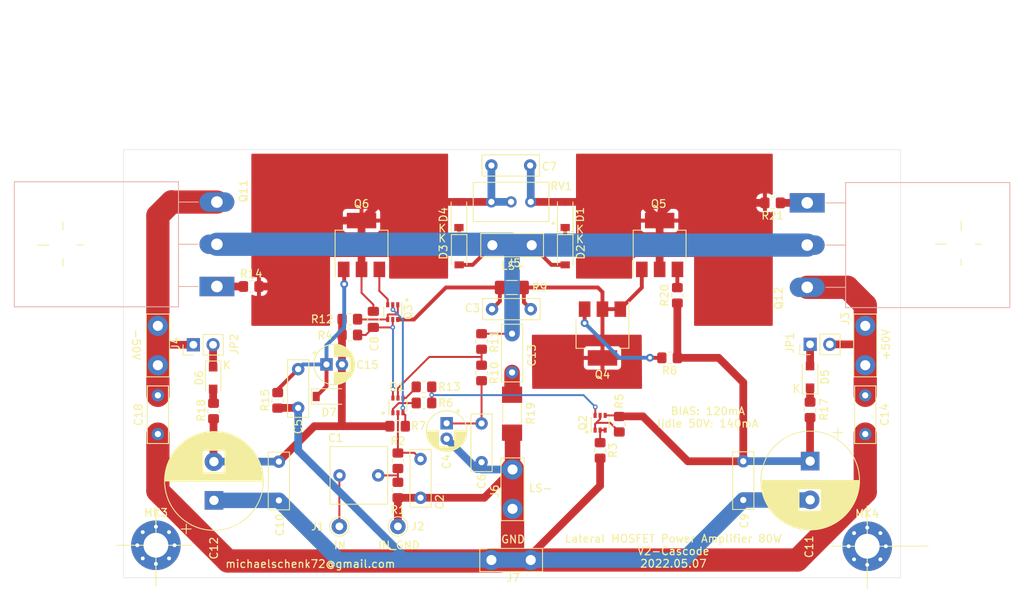
<source format=kicad_pcb>
(kicad_pcb (version 20211014) (generator pcbnew)
  (layers (0 "F.Cu" signal) (31 "B.Cu" signal) (34 "B.Paste" user) (35 "F.Paste" user) (36 "B.SilkS" user "B.Silkscreen") (37 "F.SilkS" user "F.Silkscreen") (38 "B.Mask" user) (39 "F.Mask" user) (44 "Edge.Cuts" user))
  (net 0 "")
  (net 1 "Net-(C1-Pad1)")
  (net 2 "GND")
  (net 3 "Net-(C2-Pad1)")
  (net 4 "Net-(C3-Pad1)")
  (net 5 "Net-(C3-Pad2)")
  (net 6 "Net-(C4-Pad1)")
  (net 7 "Net-(Q1-Pad5)")
  (net 8 "Net-(C13-Pad1)")
  (net 9 "Net-(C7-Pad2)")
  (net 10 "Net-(C15-Pad1)")
  (net 11 "Net-(C7-Pad1)")
  (net 12 "Net-(C11-Pad1)")
  (net 13 "Net-(C10-Pad2)")
  (net 14 "Net-(C13-Pad2)")
  (net 15 "Net-(C1-Pad2)")
  (net 16 "Net-(D1-Pad1)")
  (net 17 "Net-(D3-Pad1)")
  (net 18 "Net-(D5-Pad2)")
  (net 19 "Net-(D5-Pad1)")
  (net 20 "Net-(D6-Pad2)")
  (net 21 "Net-(D6-Pad1)")
  (net 22 "Net-(Q1-Pad3)")
  (net 23 "Net-(Q11-Pad1)")
  (net 24 "Net-(C14-Pad1)")
  (net 25 "Net-(C18-Pad2)")
  (net 26 "Net-(Q1-Pad1)")
  (net 27 "Net-(Q2-Pad6)")
  (net 28 "Net-(Q3-Pad3)")
  (net 29 "Net-(Q4-Pad3)")
  (net 30 "Net-(Q5-Pad3)")
  (net 31 "Net-(Q2-Pad2)")
  (net 32 "Net-(Q2-Pad1)")
  (net 33 "Net-(Q12-Pad1)")
  (net 34 "Net-(C8-Pad1)")
  (net 35 "Net-(Q1-Pad4)")
  (net 36 "Net-(Q3-Pad1)")
  (footprint "Resistor_SMD:R_0805_2012Metric_Pad1.20x1.40mm_HandSolder" (layer "F.Cu") (at 180.721 63.373 90)
    (fp_text reference "R20")
    (fp_text value "100R")
  )
  (footprint "Capacitor_THT:C_Rect_L7.2mm_W7.2mm_P5.00mm_FKS2_FKP2_MKS2_MKP2" (layer "F.Cu") (at 142.113 86.614 180)
    (fp_text reference "C1")
    (fp_text value "3.3uF")
  )
  (footprint "Capacitor_THT:C_Rect_L7.2mm_W2.5mm_P5.00mm_FKS2_FKP2_MKS2_MKP2" (layer "F.Cu") (at 147.571 84.5005 -90)
    (fp_text reference "C2")
    (fp_text value "1n")
  )
  (footprint "Capacitor_THT:C_Rect_L7.2mm_W2.5mm_P5.00mm_FKS2_FKP2_MKS2_MKP2" (layer "F.Cu") (at 161.798 65.151 180)
    (fp_text reference "C3")
    (fp_text value "10n")
  )
  (footprint "Capacitor_THT:CP_Radial_D5.0mm_P2.00mm" (layer "F.Cu") (at 150.9395 79.883 -90)
    (fp_text reference "C4")
    (fp_text value "47u/16V")
  )
  (footprint "Capacitor_THT:C_Rect_L7.2mm_W2.5mm_P5.00mm_FKS2_FKP2_MKS2_MKP2" (layer "F.Cu") (at 155.448 79.9084 -90)
    (fp_text reference "C6")
    (fp_text value "100n")
  )
  (footprint "Capacitor_SMD:C_0805_2012Metric_Pad1.18x1.45mm_HandSolder" (layer "F.Cu") (at 141.478 66.4757 90)
    (fp_text reference "C8")
    (fp_text value "18p")
  )
  (footprint "Capacitor_THT:C_Rect_L7.2mm_W2.5mm_P5.00mm_FKS2_FKP2_MKS2_MKP2" (layer "F.Cu") (at 189.23 84.789 -90)
    (fp_text reference "C9")
    (fp_text value "100n")
  )
  (footprint "Capacitor_THT:CP_Radial_D12.5mm_P5.00mm" (layer "F.Cu") (at 197.866 84.7725 -90)
    (fp_text reference "C11")
    (fp_text value "220u/100V")
  )
  (footprint "Capacitor_THT:C_Rect_L7.2mm_W2.5mm_P5.00mm_FKS2_FKP2_MKS2_MKP2" (layer "F.Cu") (at 159.385 68.326 -90)
    (fp_text reference "C13")
    (fp_text value "22n")
  )
  (footprint "Diode_SMD:D_SOD-123" (layer "F.Cu") (at 166.243 52.958 90)
    (fp_text reference "D1")
    (fp_text value "1N914")
  )
  (footprint "Diode_SMD:D_SOD-123" (layer "F.Cu") (at 166.243 57.785 -90)
    (fp_text reference "D2")
    (fp_text value "12V/0.5W")
  )
  (footprint "Diode_SMD:D_SOD-123" (layer "F.Cu") (at 152.5524 57.785 -90)
    (fp_text reference "D3")
    (fp_text value "1N914")
  )
  (footprint "Diode_SMD:D_SOD-123" (layer "F.Cu") (at 152.527 52.958 90)
    (fp_text reference "D4")
    (fp_text value "12V/0.5W")
  )
  (footprint "Diode_SMD:D_SOD-123F" (layer "F.Cu") (at 197.85 73.9 90)
    (fp_text reference "D5")
    (fp_text value "SM4002PL-TP")
  )
  (footprint "Connector_Pin:Pin_D1.0mm_L10.0mm" (layer "F.Cu") (at 137.0935 93.2)
    (fp_text reference "J1")
    (fp_text value "Conn_01x01")
  )
  (footprint "Connector_Pin:Pin_D1.0mm_L10.0mm" (layer "F.Cu") (at 144.65 93.2)
    (fp_text reference "J2")
    (fp_text value "Conn_01x01")
  )
  (footprint "kicad-snk:TE-726386-2_Pitch5.08mm_Drill1.3mm" (layer "F.Cu") (at 204.978 72.39 90)
    (fp_text reference "J3")
    (fp_text value "+50V")
  )
  (footprint "kicad-snk:TE-726386-2_Pitch5.08mm_Drill1.3mm" (layer "F.Cu") (at 156.845 56.896)
    (fp_text reference "J5")
    (fp_text value "LS+")
  )
  (footprint "kicad-snk:TE-726386-2_Pitch5.08mm_Drill1.3mm" (layer "F.Cu") (at 159.4485 85.852 -90)
    (fp_text reference "J6")
    (fp_text value "LS-")
  )
  (footprint "kicad-snk:TE-726386-2_Pitch5.08mm_Drill1.3mm" (layer "F.Cu") (at 156.718 97.536)
    (fp_text reference "J7")
    (fp_text value "GND")
  )
  (footprint "Connector_PinHeader_2.54mm:PinHeader_1x02_P2.54mm_Vertical" (layer "F.Cu") (at 197.86 69.7 90)
    (fp_text reference "JP1")
    (fp_text value "Jump")
  )
  (footprint "MountingHole:MountingHole_3.2mm_M3_Pad_Via" (layer "F.Cu") (at 113.411 95.631)
    (fp_text reference "MK3")
    (fp_text value "Mounting_Hole_PAD")
  )
  (footprint "MountingHole:MountingHole_3.2mm_M3_Pad_Via" (layer "F.Cu") (at 205.232 95.758)
    (fp_text reference "MK4")
    (fp_text value "Mounting_Hole_PAD")
  )
  (footprint "Resistor_SMD:R_0805_2012Metric_Pad1.20x1.40mm_HandSolder" (layer "F.Cu") (at 144.65 88.503 -90)
    (fp_text reference "R1")
    (fp_text value "33k")
  )
  (footprint "Resistor_SMD:R_0805_2012Metric_Pad1.20x1.40mm_HandSolder" (layer "F.Cu") (at 144.65 84.725 -90)
    (fp_text reference "R2")
    (fp_text value "1k")
  )
  (footprint "Resistor_SMD:R_0805_2012Metric_Pad1.20x1.40mm_HandSolder" (layer "F.Cu") (at 170.7515 83.3915 -90)
    (fp_text reference "R3")
    (fp_text value "22k/0.25W")
  )
  (footprint "Resistor_SMD:R_0805_2012Metric_Pad1.20x1.40mm_HandSolder" (layer "F.Cu") (at 173.228 80.01 -90)
    (fp_text reference "R5")
    (fp_text value "680R")
  )
  (footprint "Resistor_SMD:R_0805_2012Metric_Pad1.20x1.40mm_HandSolder" (layer "F.Cu") (at 148.0152 77.2668 180)
    (fp_text reference "R6")
    (fp_text value "430R")
  )
  (footprint "Resistor_SMD:R_1206_3216Metric_Pad1.30x1.75mm_HandSolder" (layer "F.Cu") (at 159.359 62.357 180)
    (fp_text reference "R9")
    (fp_text value "12k/1W")
  )
  (footprint "Resistor_SMD:R_0805_2012Metric_Pad1.20x1.40mm_HandSolder" (layer "F.Cu") (at 155.448 73.39 -90)
    (fp_text reference "R10")
    (fp_text value "1k")
  )
  (footprint "Resistor_SMD:R_0805_2012Metric_Pad1.20x1.40mm_HandSolder" (layer "F.Cu") (at 155.448 69.326 -90)
    (fp_text reference "R11")
    (fp_text value "33k")
  )
  (footprint "Resistor_SMD:R_0805_2012Metric_Pad1.20x1.40mm_HandSolder" (layer "F.Cu") (at 138.446 66.450711 180)
    (fp_text reference "R12")
    (fp_text value "100R")
  )
  (footprint "Resistor_SMD:R_0805_2012Metric_Pad1.20x1.40mm_HandSolder" (layer "F.Cu") (at 125.714 62.23)
    (fp_text reference "R14")
    (fp_text value "220R")
  )
  (footprint "Resistor_SMD:R_0805_2012Metric_Pad1.20x1.40mm_HandSolder" (layer "F.Cu") (at 197.85 78.15 90)
    (fp_text reference "R17")
    (fp_text value "100R/0.25W")
  )
  (footprint "Resistor_SMD:R_MELF_MMB-0207" (layer "F.Cu") (at 159.385 78.65 -90)
    (fp_text reference "R19")
    (fp_text value "6.8R/1W")
  )
  (footprint "Resistor_SMD:R_0805_2012Metric_Pad1.20x1.40mm_HandSolder" (layer "F.Cu") (at 193.024 51.435 180)
    (fp_text reference "R21")
    (fp_text value "220R")
  )
  (footprint "Capacitor_THT:C_Rect_L7.2mm_W2.5mm_P5.00mm_FKS2_FKP2_MKS2_MKP2" (layer "F.Cu") (at 204.978 76.28 -90)
    (fp_text reference "C14")
    (fp_text value "100n")
  )
  (footprint "Resistor_SMD:R_0805_2012Metric_Pad1.20x1.40mm_HandSolder" (layer "F.Cu") (at 120.85 78.3 -90)
    (fp_text reference "R18")
    (fp_text value "100R/0.25W")
  )
  (footprint "Capacitor_THT:C_Rect_L7.2mm_W2.5mm_P5.00mm_FKS2_FKP2_MKS2_MKP2" (layer "F.Cu") (at 129.286 89.836 90)
    (fp_text reference "C10")
    (fp_text value "100n")
  )
  (footprint "Capacitor_THT:CP_Radial_D12.5mm_P5.00mm" (layer "F.Cu") (at 120.904 89.836 90)
    (fp_text reference "C12")
    (fp_text value "220u/100V")
  )
  (footprint "Resistor_SMD:R_0805_2012Metric_Pad1.20x1.40mm_HandSolder" (layer "F.Cu") (at 144.6055 80.264 180)
    (fp_text reference "R7")
    (fp_text value "4k7")
  )
  (footprint "Resistor_SMD:R_0805_2012Metric_Pad1.20x1.40mm_HandSolder" (layer "F.Cu") (at 138.446 68.482711 180)
    (fp_text reference "R4")
    (fp_text value "4k7")
  )
  (footprint "Package_TO_SOT_SMD:SOT-363_SC-70-6" (layer "F.Cu") (at 143.9824 65.536311 -90)
    (fp_text reference "Q3")
    (fp_text value "BCM846BSX")
  )
  (footprint "Package_TO_SOT_SMD:SOT-223-3_TabPin2" (layer "F.Cu") (at 171.055 68.301 -90)
    (fp_text reference "Q4")
    (fp_text value "DZT5401")
  )
  (footprint "Package_TO_SOT_SMD:SOT-223-3_TabPin2" (layer "F.Cu") (at 178.435 56.871 90)
    (fp_text reference "Q5")
    (fp_text value "DZT5401")
  )
  (footprint "Package_TO_SOT_SMD:SOT-223-3_TabPin2" (layer "F.Cu") (at 139.954 56.871 90)
    (fp_text reference "Q6")
    (fp_text value "DZT5551")
  )
  (footprint "Package_TO_SOT_SMD:SOT-363_SC-70-6" (layer "F.Cu") (at 144.6555 77.582 90)
    (fp_text reference "Q1")
    (fp_text value "BC856BS")
  )
  (footprint "Package_TO_SOT_SMD:SOT-363_SC-70-6" (layer "F.Cu") (at 170.7515 79.8195 90)
    (fp_text reference "Q2")
    (fp_text value "BC856BS")
  )
  (footprint "kicad-snk:TE-726386-2_Pitch5.08mm_Drill1.3mm" (layer "F.Cu") (at 113.665 72.39 90)
    (fp_text reference "J4")
    (fp_text value "-50V")
  )
  (footprint "Connector_PinHeader_2.54mm:PinHeader_1x02_P2.54mm_Vertical" (layer "F.Cu") (at 118.25 69.75 90)
    (fp_text reference "JP2")
    (fp_text value "Jump")
  )
  (footprint "Capacitor_THT:C_Rect_L7.2mm_W2.5mm_P5.00mm_FKS2_FKP2_MKS2_MKP2" (layer "F.Cu") (at 113.665 81.28 90)
    (fp_text reference "C18")
    (fp_text value "100n")
  )
  (footprint "Diode_SMD:D_SOD-123F" (layer "F.Cu") (at 120.8 74.05 -90)
    (fp_text reference "D6")
    (fp_text value "SM4002PL-TP")
  )
  (footprint "Capacitor_THT:C_Rect_L7.2mm_W2.5mm_P5.00mm_FKS2_FKP2_MKS2_MKP2" (layer "F.Cu") (at 156.718 46.609)
    (fp_text reference "C7")
    (fp_text value "100n")
  )
  (footprint "Potentiometer_THT:Potentiometer_Bourns_3296W_Vertical" (layer "F.Cu") (at 161.798 51.308)
    (fp_text reference "RV1")
    (fp_text value "500R")
  )
  (footprint "Resistor_SMD:R_0805_2012Metric_Pad1.20x1.40mm_HandSolder" (layer "F.Cu") (at 179.721 71.4375 180)
    (fp_text reference "R8")
    (fp_text value "100R")
  )
  (footprint "Capacitor_THT:C_Rect_L7.2mm_W2.5mm_P5.00mm_FKS2_FKP2_MKS2_MKP2" (layer "F.Cu") (at 131.7752 77.898 90)
    (fp_text reference "C5")
    (fp_text value "330n")
  )
  (footprint "Diode_SMD:D_SOD-123" (layer "F.Cu") (at 135.762 76.4276)
    (fp_text reference "D7")
    (fp_text value "9V1/0.5W")
  )
  (footprint "Resistor_SMD:R_0805_2012Metric_Pad1.20x1.40mm_HandSolder" (layer "F.Cu") (at 148.0152 75.184 180)
    (fp_text reference "R13")
    (fp_text value "430R")
  )
  (footprint "Capacitor_THT:CP_Radial_D5.0mm_P2.00mm" (layer "F.Cu") (at 135.4328 72.2884)
    (fp_text reference "C15")
    (fp_text value "47u/16V")
  )
  (footprint "Resistor_SMD:R_0805_2012Metric_Pad1.20x1.40mm_HandSolder" (layer "F.Cu") (at 129.1336 76.9272 -90)
    (fp_text reference "R15")
    (fp_text value "22k")
  )
  (footprint "Package_TO_SOT_THT:TO-247-3_Horizontal_TabUp" (layer "B.Cu") (at 121.285 62.23 90)
    (fp_text reference "Q11")
    (fp_text value "ECX10P20")
  )
  (footprint "Package_TO_SOT_THT:TO-247-3_Horizontal_TabUp" (layer "B.Cu") (at 197.485 51.435 -90)
    (fp_text reference "Q12")
    (fp_text value "ECX10N20")
  )
  (gr_line (start 98.1075 56.896) (end 104.0765 56.896) (layer "F.SilkS") (width 0.12))
  (gr_line (start 101.4095 53.9115) (end 101.4095 59.6265) (layer "F.SilkS") (width 0.12))
  (gr_line (start 213.106 95.758) (end 200.533 95.758) (layer "F.SilkS") (width 0.12))
  (gr_line (start 117.983 95.631) (end 108.331 95.631) (layer "F.SilkS") (width 0.12))
  (gr_line (start 205.232 101.219) (end 205.232 90.551) (layer "F.SilkS") (width 0.12))
  (gr_line (start 217.3605 53.7845) (end 217.3605 59.4995) (layer "F.SilkS") (width 0.12))
  (gr_line (start 214.0585 56.769) (end 220.0275 56.769) (layer "F.SilkS") (width 0.12))
  (gr_line (start 113.411 90.551) (end 113.411 100.838) (layer "F.SilkS") (width 0.12))
  (gr_line (start 113.411 100.838) (end 113.538 100.711) (layer "F.SilkS") (width 0.12))
  (gr_line (start 109.22 99.822) (end 209.55 99.822) (layer "Edge.Cuts") (width 0.05))
  (gr_line (start 109.22 44.577) (end 109.22 99.822) (layer "Edge.Cuts") (width 0.05))
  (gr_line (start 209.55 44.577) (end 209.55 99.822) (layer "Edge.Cuts") (width 0.05))
  (gr_line (start 109.22 44.577) (end 209.55 44.577) (layer "Edge.Cuts") (width 0.05))
  (gr_text "GND" (at 159.512 94.869) (layer "F.SilkS") (effects (font (size 1 1))))
  (gr_text "-50V" (at 110.871 69.723 -90) (layer "F.SilkS") (effects (font (size 1 1))))
  (gr_text "°" (at 164.719 54.483) (layer "F.SilkS") (effects (font (size 1 1))))
  (gr_text "°" (at 169.037 81.407) (layer "F.SilkS") (effects (font (size 1 1))))
  (gr_text "°" (at 142.748 78.994) (layer "F.SilkS") (effects (font (size 1 1))))
  (gr_text "°" (at 145.796 64.3636) (layer "F.SilkS") (effects (font (size 1 1))))
  (gr_text "IN" (at 137.16 95.631) (layer "F.SilkS") (effects (font (size 1 1))))
  (gr_text "LS+" (at 159.512 59.563) (layer "F.SilkS") (effects (font (size 1 1))))
  (gr_text "K" (at 122.555 72.39) (layer "F.SilkS") (effects (font (size 1 1))))
  (gr_text "+50V" (at 207.645 69.723 90) (layer "F.SilkS") (effects (font (size 1 1))))
  (gr_text "IN_GND" (at 144.78 95.631) (layer "F.SilkS") (effects (font (size 1 1))))
  (gr_text "K" (at 168.148 56.134) (layer "F.SilkS") (effects (font (size 1 1))))
  (gr_text "michaelschenk72@gmail.com" (at 133.35 98.044) (layer "F.SilkS") (effects (font (size 1 1))))
  (gr_text "K" (at 196.088 75.438) (layer "F.SilkS") (effects (font (size 1 1))))
  (gr_text "BIAS: 120mA\nIidle 50V: 140mA" (at 184.658 79.121) (layer "F.SilkS") (effects (font (size 1 1))))
  (gr_text "K" (at 150.368 56.007) (layer "F.SilkS") (effects (font (size 1 1))))
  (gr_text "Lateral MOSFET Power Amplifier 80W\nV2-Cascode\n2022.05.07" (at 180.213 96.393) (layer "F.SilkS") (effects (font (size 1 1))))
  (gr_text "K" (at 168.148 54.864) (layer "F.SilkS") (effects (font (size 1 1))))
  (gr_text "K" (at 150.368 54.737) (layer "F.SilkS") (effects (font (size 1 1))))
  (gr_text "LS-" (at 163.068 88.265) (layer "F.SilkS") (effects (font (size 1 1))))
  (segment (start 144.647 86.614) (end 144.65 86.617) (width 0.25) (layer "F.Cu") (net 1))
  (segment (start 144.65 87.503) (end 144.65 86.617) (width 0.25) (layer "F.Cu") (net 1))
  (segment (start 144.65 86.617) (end 144.65 85.725) (width 0.25) (layer "F.Cu") (net 1))
  (segment (start 142.113 86.614) (end 144.647 86.614) (width 0.25) (layer "F.Cu") (net 1))
  (segment (start 159.4485 96.8375) (end 161.8615 96.8375) (width 1) (layer "F.Cu") (net 2))
  (segment (start 113.665 81.28) (end 113.665 88.632998) (width 3) (layer "F.Cu") (net 2))
  (segment (start 159.4485 85.852) (end 159.4485 81.1635) (width 2) (layer "F.Cu") (net 2))
  (segment (start 196.201998 97.536) (end 160.9725 97.536) (width 3) (layer "F.Cu") (net 2))
  (segment (start 144.65 93.2) (end 144.65 89.503) (width 1) (layer "F.Cu") (net 2))
  (segment (start 159.4485 85.852) (end 159.4485 90.932) (width 3) (layer "F.Cu") (net 2))
  (segment (start 161.8615 96.8375) (end 170.7515 87.9475) (width 1) (layer "F.Cu") (net 2))
  (segment (start 131.7752 77.898) (end 129.1628 77.898) (width 1) (layer "F.Cu") (net 2))
  (segment (start 122.695002 97.663) (end 157.7975 97.663) (width 3) (layer "F.Cu") (net 2))
  (segment (start 158.75 97.536) (end 156.718 97.536) (width 3) (layer "F.Cu") (net 2))
  (segment (start 155.8 89.5005) (end 159.4485 85.852) (width 1) (layer "F.Cu") (net 2))
  (segment (start 159.4485 81.1635) (end 159.385 81.1) (width 2) (layer "F.Cu") (net 2))
  (segment (start 170.7515 87.9475) (end 170.7515 84.3915) (width 1) (layer "F.Cu") (net 2))
  (segment (start 147.571 89.5005) (end 155.8 89.5005) (width 1) (layer "F.Cu") (net 2))
  (segment (start 204.978 88.759998) (end 196.201998 97.536) (width 3) (layer "F.Cu") (net 2))
  (segment (start 204.978 81.28) (end 204.978 88.759998) (width 3) (layer "F.Cu") (net 2))
  (segment (start 144.65 89.503) (end 147.5685 89.503) (width 1) (layer "F.Cu") (net 2))
  (segment (start 161.798 97.536) (end 158.75 97.536) (width 3) (layer "F.Cu") (net 2))
  (segment (start 159.4485 90.932) (end 159.4485 96.8375) (width 3) (layer "F.Cu") (net 2))
  (segment (start 113.665 88.632998) (end 122.695002 97.663) (width 3) (layer "F.Cu") (net 2))
  (segment (start 159.4485 96.8375) (end 158.75 97.536) (width 3) (layer "F.Cu") (net 2))
  (segment (start 189.23 89.789) (end 181.469 97.55) (width 2) (layer "B.Cu") (net 2))
  (segment (start 155.448 85.8012) (end 154.8577 85.8012) (width 1) (layer "B.Cu") (net 2))
  (segment (start 156.718 97.536) (end 145.91437 97.536) (width 1) (layer "B.Cu") (net 2))
  (segment (start 159.4485 85.852) (end 155.4988 85.852) (width 1) (layer "B.Cu") (net 2))
  (segment (start 131.7752 83.39683) (end 131.7752 77.898) (width 1) (layer "B.Cu") (net 2))
  (segment (start 145.91437 97.536) (end 131.7752 83.39683) (width 1) (layer "B.Cu") (net 2))
  (segment (start 156.718 97.536) (end 136.986 97.536) (width 2) (layer "B.Cu") (net 2))
  (segment (start 154.8577 85.8012) (end 150.9395 81.883) (width 1) (layer "B.Cu") (net 2))
  (segment (start 181.455 97.536) (end 181.469 97.55) (width 2) (layer "B.Cu") (net 2))
  (segment (start 156.718 97.536) (end 161.798 97.536) (width 2) (layer "B.Cu") (net 2))
  (segment (start 189.23 89.789) (end 197.8495 89.789) (width 2) (layer "B.Cu") (net 2))
  (segment (start 155.4988 85.852) (end 155.448 85.8012) (width 1) (layer "B.Cu") (net 2))
  (segment (start 129.286 89.836) (end 120.904 89.836) (width 2) (layer "B.Cu") (net 2))
  (segment (start 136.986 97.536) (end 129.286 89.836) (width 2) (layer "B.Cu") (net 2))
  (segment (start 161.798 97.536) (end 181.455 97.536) (width 2) (layer "B.Cu") (net 2))
  (segment (start 144.65 80.145) (end 144.6555 80.1395) (width 0.25) (layer "F.Cu") (net 3))
  (segment (start 146.7635 83.693) (end 144.682 83.693) (width 0.25) (layer "F.Cu") (net 3))
  (segment (start 144.65 83.725) (end 144.65 80.145) (width 0.25) (layer "F.Cu") (net 3))
  (segment (start 147.571 84.5005) (end 146.7635 83.693) (width 0.25) (layer "F.Cu") (net 3))
  (segment (start 144.6555 78.532) (end 144.6555 80.1395) (width 0.25) (layer "F.Cu") (net 3))
  (segment (start 176.135 62.371) (end 173.355 65.151) (width 0.5) (layer "F.Cu") (net 4))
  (segment (start 171.055 62.9526) (end 171.055 65.151) (width 0.5) (layer "F.Cu") (net 4))
  (segment (start 160.909 62.357) (end 160.909 64.262) (width 0.5) (layer "F.Cu") (net 4))
  (segment (start 171.055 71.451) (end 171.055 65.151) (width 0.5) (layer "F.Cu") (net 4))
  (segment (start 160.909 64.262) (end 161.798 65.151) (width 0.5) (layer "F.Cu") (net 4))
  (segment (start 170.4594 62.357) (end 171.055 62.9526) (width 0.5) (layer "F.Cu") (net 4))
  (segment (start 176.135 60.021) (end 176.135 62.371) (width 0.5) (layer "F.Cu") (net 4))
  (segment (start 160.909 62.357) (end 170.4594 62.357) (width 0.5) (layer "F.Cu") (net 4))
  (segment (start 171.055 65.151) (end 173.355 65.151) (width 0.5) (layer "F.Cu") (net 4))
  (segment (start 146.721289 66.486311) (end 144.6324 66.486311) (width 0.5) (layer "F.Cu") (net 5))
  (segment (start 157.809 62.357) (end 157.809 64.14) (width 0.5) (layer "F.Cu") (net 5))
  (segment (start 157.809 64.14) (end 156.798 65.151) (width 0.5) (layer "F.Cu") (net 5))
  (segment (start 150.8506 62.357) (end 146.721289 66.486311) (width 0.5) (layer "F.Cu") (net 5))
  (segment (start 157.809 62.357) (end 150.8506 62.357) (width 0.5) (layer "F.Cu") (net 5))
  (segment (start 155.448 79.9084) (end 155.448 74.39) (width 0.25) (layer "F.Cu") (net 6))
  (segment (start 155.448 79.9084) (end 150.9649 79.9084) (width 0.25) (layer "F.Cu") (net 6))
  (segment (start 148.6916 71.3232) (end 155.448 71.3232) (width 0.25) (layer "F.Cu") (net 7))
  (segment (start 144.6555 75.3593) (end 148.6916 71.3232) (width 0.25) (layer "F.Cu") (net 7))
  (segment (start 155.448 71.3232) (end 155.448 70.326) (width 0.25) (layer "F.Cu") (net 7))
  (segment (start 144.6555 76.632) (end 144.6555 75.3593) (width 0.25) (layer "F.Cu") (net 7))
  (segment (start 155.448 72.39) (end 155.448 71.3232) (width 0.25) (layer "F.Cu") (net 7))
  (segment (start 166.243 59.435) (end 164.464 59.435) (width 0.5) (layer "F.Cu") (net 8))
  (segment (start 154.306 59.435) (end 156.845 56.896) (width 0.5) (layer "F.Cu") (net 8))
  (segment (start 152.5524 59.435) (end 154.306 59.435) (width 0.5) (layer "F.Cu") (net 8))
  (segment (start 164.464 59.435) (end 161.925 56.896) (width 0.5) (layer "F.Cu") (net 8))
  (segment (start 159.385 68.326) (end 155.448 68.326) (width 0.25) (layer "F.Cu") (net 8))
  (segment (start 159.396 56.885) (end 197.485 56.885) (width 3) (layer "B.Cu") (net 8))
  (segment (start 159.385 56.896) (end 159.385 68.326) (width 2) (layer "B.Cu") (net 8))
  (segment (start 159.269 56.78) (end 121.285 56.78) (width 3) (layer "B.Cu") (net 8))
  (segment (start 178.435 60.021) (end 178.435 53.721) (width 1) (layer "F.Cu") (net 9))
  (segment (start 178.435 52.959) (end 178.435 53.721) (width 1) (layer "F.Cu") (net 9))
  (segment (start 179.959 51.435) (end 178.435 52.959) (width 1) (layer "F.Cu") (net 9))
  (segment (start 166.243 51.308) (end 176.022 51.308) (width 1) (layer "F.Cu") (net 9))
  (segment (start 192.024 51.435) (end 179.959 51.435) (width 1) (layer "F.Cu") (net 9))
  (segment (start 166.243 51.308) (end 161.798 51.308) (width 1) (layer "F.Cu") (net 9))
  (segment (start 176.022 51.308) (end 178.435 53.721) (width 1) (layer "F.Cu") (net 9))
  (segment (start 161.798 51.308) (end 161.798 46.689) (width 1) (layer "B.Cu") (net 9))
  (segment (start 135.4328 75.1068) (end 134.112 76.4276) (width 0.5) (layer "F.Cu") (net 10))
  (segment (start 135.4328 72.2884) (end 135.4328 75.1068) (width 0.5) (layer "F.Cu") (net 10))
  (segment (start 137.7188 61.9252) (end 137.7188 60.0858) (width 0.5) (layer "F.Cu") (net 10))
  (segment (start 129.1336 75.9272) (end 129.1336 75.5396) (width 0.5) (layer "F.Cu") (net 10))
  (segment (start 129.1336 75.5396) (end 131.7752 72.898) (width 0.5) (layer "F.Cu") (net 10))
  (via (at 137.7188 61.9252) (size 1) (drill 0.5) (layers "F.Cu" "B.Cu") (net 10))
  (segment (start 137.7188 67.5132) (end 137.7188 61.9252) (width 0.5) (layer "B.Cu") (net 10))
  (segment (start 135.4328 69.7992) (end 137.668 67.564) (width 0.5) (layer "B.Cu") (net 10))
  (segment (start 132.3848 72.2884) (end 131.7752 72.898) (width 0.5) (layer "B.Cu") (net 10))
  (segment (start 137.668 67.564) (end 137.7188 67.5132) (width 0.5) (layer "B.Cu") (net 10))
  (segment (start 135.4328 72.2884) (end 132.3848 72.2884) (width 0.5) (layer "B.Cu") (net 10))
  (segment (start 135.4328 72.2884) (end 135.4328 69.7992) (width 0.5) (layer "B.Cu") (net 10))
  (segment (start 128.27 62.23) (end 126.714 62.23) (width 1) (layer "F.Cu") (net 11))
  (segment (start 139.954 60.021) (end 139.954 53.721) (width 1) (layer "F.Cu") (net 11))
  (segment (start 141.478 64.5668) (end 139.954 63.0428) (width 0.25) (layer "F.Cu") (net 11))
  (segment (start 141.478 65.4382) (end 141.478 64.5668) (width 0.25) (layer "F.Cu") (net 11))
  (segment (start 156.718 51.308) (end 152.527 51.308) (width 1) (layer "F.Cu") (net 11))
  (segment (start 136.779 53.721) (end 128.27 62.23) (width 1) (layer "F.Cu") (net 11))
  (segment (start 139.954 63.0428) (end 139.954 60.021) (width 0.25) (layer "F.Cu") (net 11))
  (segment (start 152.527 51.308) (end 142.367 51.308) (width 1) (layer "F.Cu") (net 11))
  (segment (start 142.367 51.308) (end 139.954 53.721) (width 1) (layer "F.Cu") (net 11))
  (segment (start 139.954 53.721) (end 136.779 53.721) (width 1) (layer "F.Cu") (net 11))
  (segment (start 159.258 51.308) (end 156.718 51.308) (width 1) (layer "B.Cu") (net 11))
  (segment (start 156.718 51.308) (end 156.718 46.609) (width 1) (layer "B.Cu") (net 11))
  (segment (start 171.4015 78.8695) (end 173.0875 78.8695) (width 0.25) (layer "F.Cu") (net 12))
  (segment (start 197.85 79.15) (end 197.85 84.7565) (width 1) (layer "F.Cu") (net 12))
  (segment (start 189.23 74.6125) (end 186.055 71.4375) (width 1) (layer "F.Cu") (net 12))
  (segment (start 186.055 71.4375) (end 180.721 71.4375) (width 1) (layer "F.Cu") (net 12))
  (segment (start 182.071 84.789) (end 176.276 78.994) (width 1) (layer "F.Cu") (net 12))
  (segment (start 189.23 84.789) (end 189.23 74.6125) (width 1) (layer "F.Cu") (net 12))
  (segment (start 189.23 84.789) (end 182.071 84.789) (width 1) (layer "F.Cu") (net 12))
  (segment (start 176.276 78.994) (end 173.244 78.994) (width 1) (layer "F.Cu") (net 12))
  (segment (start 180.721 71.4375) (end 180.721 64.373) (width 1) (layer "F.Cu") (net 12))
  (segment (start 197.866 84.7725) (end 189.2465 84.7725) (width 1) (layer "B.Cu") (net 12))
  (segment (start 137.412 76.4276) (end 137.412 72.3092) (width 1) (layer "F.Cu") (net 13))
  (segment (start 137.4328 72.2884) (end 137.4328 68.495911) (width 1) (layer "F.Cu") (net 13))
  (segment (start 133.858 80.264) (end 129.286 84.836) (width 1) (layer "F.Cu") (net 13))
  (segment (start 137.6172 80.264) (end 133.858 80.264) (width 1) (layer "F.Cu") (net 13))
  (segment (start 137.446 68.482711) (end 137.446 66.450711) (width 1) (layer "F.Cu") (net 13))
  (segment (start 137.412 76.4276) (end 137.412 80.0588) (width 1) (layer "F.Cu") (net 13))
  (segment (start 137.412 80.0588) (end 137.6172 80.264) (width 1) (layer "F.Cu") (net 13))
  (segment (start 120.85 79.3) (end 120.85 84.782) (width 1) (layer "F.Cu") (net 13))
  (segment (start 143.6055 80.264) (end 137.6172 80.264) (width 1) (layer "F.Cu") (net 13))
  (segment (start 129.286 84.836) (end 120.904 84.836) (width 1) (layer "B.Cu") (net 13))
  (segment (start 159.385 76.2) (end 159.385 73.326) (width 2) (layer "F.Cu") (net 14))
  (segment (start 137.0935 93.2) (end 137.0935 86.6335) (width 0.25) (layer "F.Cu") (net 15))
  (segment (start 166.243 56.135) (end 166.243 54.608) (width 0.5) (layer "F.Cu") (net 16))
  (segment (start 152.5524 56.135) (end 152.5524 54.6334) (width 0.5) (layer "F.Cu") (net 17))
  (segment (start 197.86 69.7) (end 197.86 72.49) (width 1) (layer "F.Cu") (net 18))
  (segment (start 197.85 75.3) (end 197.85 77.15) (width 1) (layer "F.Cu") (net 19))
  (segment (start 120.8 75.45) (end 120.8 77.25) (width 1) (layer "F.Cu") (net 20))
  (segment (start 120.79 69.75) (end 120.79 72.64) (width 1) (layer "F.Cu") (net 21))
  (segment (start 145.3055 78.532) (end 145.3055 77.923511) (width 0.25) (layer "F.Cu") (net 22))
  (segment (start 145.6055 80.264) (end 145.6055 78.832) (width 0.25) (layer "F.Cu") (net 22))
  (segment (start 145.3055 77.923511) (end 145.288 77.906011) (width 0.25) (layer "F.Cu") (net 22))
  (segment (start 143.9824 64.586311) (end 143.9824 65.1868) (width 0.25) (layer "F.Cu") (net 22))
  (segment (start 145.6055 78.832) (end 145.3055 78.532) (width 0.25) (layer "F.Cu") (net 22))
  (segment (start 143.9824 65.1868) (end 144.0079 65.2123) (width 0.25) (layer "F.Cu") (net 22))
  (via (at 145.288 77.906011) (size 0.6) (drill 0.3) (layers "F.Cu" "B.Cu") (net 22))
  (via (at 144.0079 65.2123) (size 0.6) (drill 0.3) (layers "F.Cu" "B.Cu") (net 22))
  (segment (start 145.288 66.4924) (end 144.0079 65.2123) (width 0.25) (layer "B.Cu") (net 22))
  (segment (start 145.288 77.906011) (end 145.288 66.4924) (width 0.25) (layer "B.Cu") (net 22))
  (segment (start 121.285 62.23) (end 124.714 62.23) (width 1) (layer "F.Cu") (net 23))
  (segment (start 204.978 69.85) (end 204.978 67.31) (width 3) (layer "F.Cu") (net 24))
  (segment (start 200.4 69.7) (end 204.828 69.7) (width 1) (layer "F.Cu") (net 24))
  (segment (start 204.978 67.31) (end 204.978 64.643) (width 3) (layer "F.Cu") (net 24))
  (segment (start 204.978 64.643) (end 202.67 62.335) (width 3) (layer "F.Cu") (net 24))
  (segment (start 204.978 72.39) (end 204.978 69.85) (width 3) (layer "F.Cu") (net 24))
  (segment (start 204.978 76.28) (end 204.978 72.39) (width 3) (layer "F.Cu") (net 24))
  (segment (start 202.67 62.335) (end 197.485 62.335) (width 3) (layer "F.Cu") (net 24))
  (segment (start 204.828 69.7) (end 204.978 69.85) (width 1) (layer "F.Cu") (net 24))
  (segment (start 113.892 69.75) (end 113.665 69.977) (width 1) (layer "F.Cu") (net 25))
  (segment (start 113.665 76.28) (end 113.665 72.39) (width 3) (layer "F.Cu") (net 25))
  (segment (start 113.665 53.086) (end 115.443 51.308) (width 3) (layer "F.Cu") (net 25))
  (segment (start 118.25 69.75) (end 113.892 69.75) (width 1) (layer "F.Cu") (net 25))
  (segment (start 115.465 51.33) (end 121.285 51.33) (width 3) (layer "F.Cu") (net 25))
  (segment (start 115.443 51.308) (end 115.465 51.33) (width 3) (layer "F.Cu") (net 25))
  (segment (start 113.665 67.31) (end 113.665 53.086) (width 3) (layer "F.Cu") (net 25))
  (segment (start 113.665 72.39) (end 113.665 69.977) (width 3) (layer "F.Cu") (net 25))
  (segment (start 113.665 69.977) (end 113.665 67.31) (width 3) (layer "F.Cu") (net 25))
  (segment (start 144.765289 77.281511) (end 144.0055 78.0413) (width 0.25) (layer "F.Cu") (net 26))
  (segment (start 144.0055 78.0413) (end 144.0055 78.532) (width 0.25) (layer "F.Cu") (net 26))
  (segment (start 147.000489 77.281511) (end 144.765289 77.281511) (width 0.25) (layer "F.Cu") (net 26))
  (segment (start 170.1292 77.7748) (end 170.1292 78.8418) (width 0.25) (layer "F.Cu") (net 27))
  (segment (start 149.0152 77.2668) (end 149.0152 76.232) (width 0.25) (layer "F.Cu") (net 27))
  (segment (start 149.0152 76.232) (end 149.0152 75.184) (width 0.25) (layer "F.Cu") (net 27))
  (via (at 149.0152 76.232) (size 0.6) (drill 0.3) (layers "F.Cu" "B.Cu") (net 27))
  (via (at 170.1292 77.7748) (size 0.6) (drill 0.3) (layers "F.Cu" "B.Cu") (net 27))
  (segment (start 149.034 76.2508) (end 168.6052 76.2508) (width 0.25) (layer "B.Cu") (net 27))
  (segment (start 149.0152 76.232) (end 149.034 76.2508) (width 0.25) (layer "B.Cu") (net 27))
  (segment (start 168.6052 76.2508) (end 170.1292 77.7748) (width 0.25) (layer "B.Cu") (net 27))
  (segment (start 143.3324 63.8812) (end 142.24 62.7888) (width 0.25) (layer "F.Cu") (net 28))
  (segment (start 142.254 62.7748) (end 142.254 60.021) (width 0.25) (layer "F.Cu") (net 28))
  (segment (start 143.3324 64.586311) (end 143.3324 63.8812) (width 0.25) (layer "F.Cu") (net 28))
  (segment (start 142.24 62.7888) (end 142.254 62.7748) (width 0.25) (layer "F.Cu") (net 28))
  (segment (start 168.7576 66.9544) (end 168.7576 65.1536) (width 0.5) (layer "F.Cu") (net 29))
  (segment (start 177.2031 71.4375) (end 177.1904 71.4248) (width 0.5) (layer "F.Cu") (net 29))
  (segment (start 168.7576 65.1536) (end 168.755 65.151) (width 0.5) (layer "F.Cu") (net 29))
  (segment (start 178.721 71.4375) (end 177.2031 71.4375) (width 0.5) (layer "F.Cu") (net 29))
  (via (at 168.7576 66.9544) (size 1) (drill 0.5) (layers "F.Cu" "B.Cu") (net 29))
  (via (at 177.1904 71.4248) (size 1) (drill 0.5) (layers "F.Cu" "B.Cu") (net 29))
  (segment (start 173.228 71.4248) (end 168.7576 66.9544) (width 0.5) (layer "B.Cu") (net 29))
  (segment (start 177.1904 71.4248) (end 173.228 71.4248) (width 0.5) (layer "B.Cu") (net 29))
  (segment (start 180.721 60.035) (end 180.735 60.021) (width 0.5) (layer "F.Cu") (net 30))
  (segment (start 180.721 62.373) (end 180.721 60.035) (width 0.5) (layer "F.Cu") (net 30))
  (segment (start 170.7515 82.3915) (end 170.7515 80.7695) (width 0.25) (layer "F.Cu") (net 31))
  (segment (start 170.7515 80.7695) (end 171.4015 80.7695) (width 0.25) (layer "F.Cu") (net 31))
  (segment (start 173.228 81.01) (end 172.046501 79.828501) (width 0.25) (layer "F.Cu") (net 32))
  (segment (start 170.7515 79.329502) (end 170.7515 78.8695) (width 0.25) (layer "F.Cu") (net 32))
  (segment (start 172.046501 79.828501) (end 170.252501 79.828501) (width 0.25) (layer "F.Cu") (net 32))
  (segment (start 170.1015 80.7695) (end 170.1015 79.979502) (width 0.25) (layer "F.Cu") (net 32))
  (segment (start 170.1015 79.979502) (end 170.252501 79.828501) (width 0.25) (layer "F.Cu") (net 32))
  (segment (start 170.252501 79.828501) (end 170.7515 79.329502) (width 0.25) (layer "F.Cu") (net 32))
  (segment (start 197.485 51.435) (end 194.024 51.435) (width 1) (layer "F.Cu") (net 33))
  (segment (start 144.0055 76.632) (end 144.0055 75.5013) (width 0.25) (layer "F.Cu") (net 34))
  (segment (start 144.0055 75.5013) (end 144.018 75.4888) (width 0.25) (layer "F.Cu") (net 34))
  (segment (start 143.9672 67.5132) (end 141.478 67.5132) (width 0.25) (layer "F.Cu") (net 34))
  (segment (start 143.9824 66.486311) (end 143.9824 67.498) (width 0.25) (layer "F.Cu") (net 34))
  (segment (start 140.508489 68.482711) (end 141.478 67.5132) (width 0.25) (layer "F.Cu") (net 34))
  (segment (start 143.9824 67.498) (end 143.9672 67.5132) (width 0.25) (layer "F.Cu") (net 34))
  (segment (start 139.446 68.482711) (end 140.508489 68.482711) (width 0.25) (layer "F.Cu") (net 34))
  (via (at 143.9824 67.498) (size 0.6) (drill 0.3) (layers "F.Cu" "B.Cu") (net 34))
  (via (at 144.018 75.4888) (size 0.6) (drill 0.3) (layers "F.Cu" "B.Cu") (net 34))
  (segment (start 144.018 75.4888) (end 144.018 67.5336) (width 0.25) (layer "B.Cu") (net 34))
  (segment (start 144.018 67.5336) (end 143.9824 67.498) (width 0.25) (layer "B.Cu") (net 34))
  (segment (start 145.3055 76.632) (end 145.6688 76.632) (width 0.25) (layer "F.Cu") (net 35))
  (segment (start 145.6688 76.632) (end 147.0152 75.2856) (width 0.25) (layer "F.Cu") (net 35))
  (segment (start 143.406911 65.8368) (end 144.526 65.8368) (width 0.25) (layer "F.Cu") (net 36))
  (segment (start 144.526 65.8368) (end 144.6324 65.7304) (width 0.25) (layer "F.Cu") (net 36))
  (segment (start 144.6324 65.7304) (end 144.6324 64.586311) (width 0.25) (layer "F.Cu") (net 36))
  (segment (start 143.3324 66.486311) (end 139.4816 66.486311) (width 0.25) (layer "F.Cu") (net 36))
  (segment (start 143.3324 65.911311) (end 143.406911 65.8368) (width 0.25) (layer "F.Cu") (net 36))
  (segment (start 143.3324 66.486311) (end 143.3324 65.911311) (width 0.25) (layer "F.Cu") (net 36))
  (zone (net 9) (net_name "Net-(C7-Pad2)") (layer "F.Cu") (connect_pads (clearance 0.508)) (min_thickness 0.254) (fill yes (thermal_gap 0.508) (thermal_bridge_width 0.508))
    (polygon (pts (xy 167.64 61.214) (xy 175.26 61.214) (xy 175.26 58.42) (xy 182.88 58.42) (xy 182.88 67.31) (xy 193.04 67.31) (xy 193.04 44.704) (xy 167.64 44.704)))
  )
  (zone (net 4) (net_name "Net-(C3-Pad1)") (layer "F.Cu") (connect_pads (clearance 0.508)) (min_thickness 0.254) (fill yes (thermal_gap 0.508) (thermal_bridge_width 0.508))
    (polygon (pts (xy 176.162459 75.438) (xy 161.982479 75.438) (xy 161.943518 68.453) (xy 176.123498 68.453)))
  )
  (zone (net 11) (net_name "Net-(C7-Pad1)") (layer "F.Cu") (connect_pads (clearance 0.508)) (min_thickness 0.254) (fill yes (thermal_gap 0.508) (thermal_bridge_width 0.508))
    (polygon (pts (xy 151.13 61.214) (xy 143.51 61.214) (xy 143.51 58.42) (xy 135.89 58.42) (xy 135.89 67.31) (xy 125.73 67.31) (xy 125.73 44.704) (xy 151.13 44.704)))
  )
)
</source>
